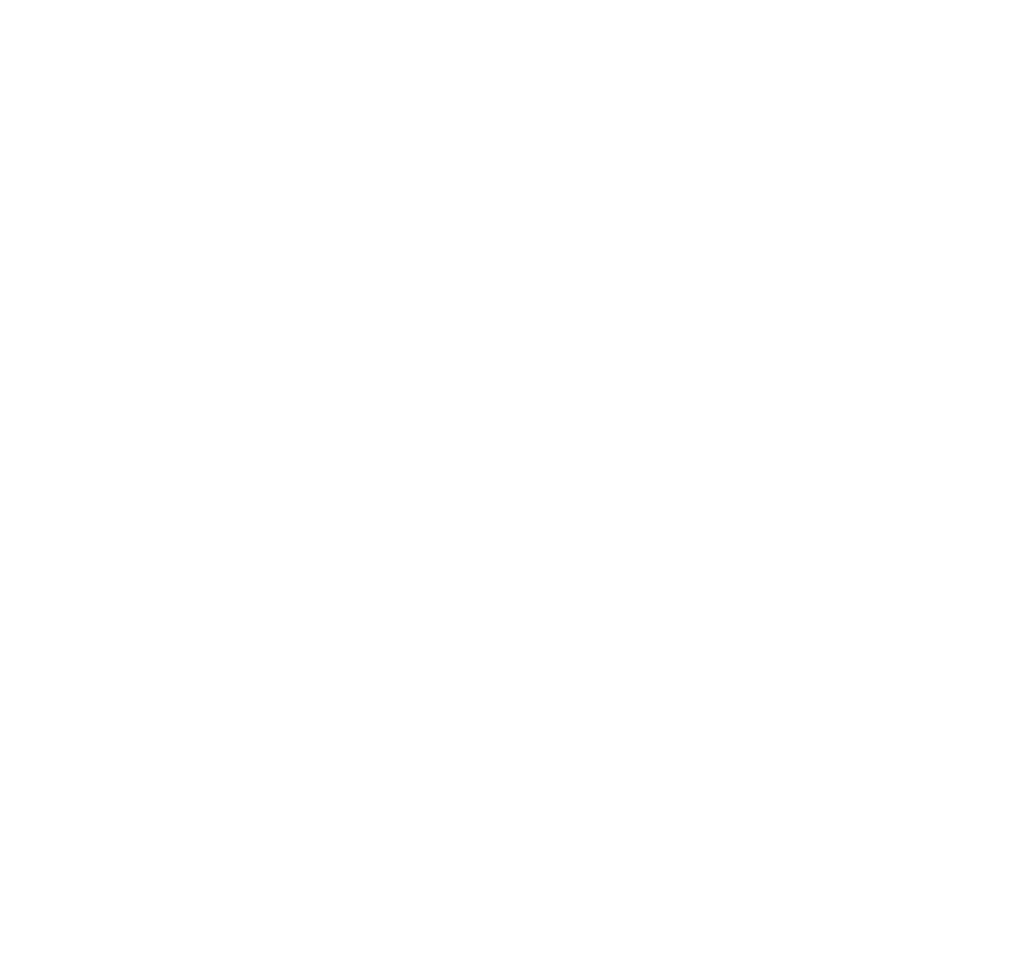
<source format=kicad_pcb>
(kicad_pcb (version 20211014) (generator pcbnew)
  (layers (0 "F.Cu" signal) (31 "B.Cu" signal) (34 "B.Paste" user) (35 "F.Paste" user) (36 "B.SilkS" user "B.Silkscreen") (37 "F.SilkS" user "F.Silkscreen") (38 "B.Mask" user) (39 "F.Mask" user) (44 "Edge.Cuts" user))
  (net 0 "")
)
</source>
